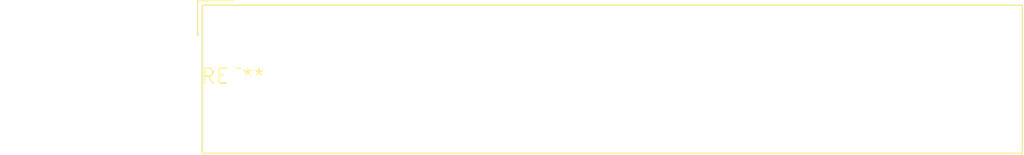
<source format=kicad_pcb>
(kicad_pcb (version 20240108) (generator pcbnew)
  (layers (0 "F.Cu" signal) (31 "B.Cu" signal) (34 "B.Paste" user) (35 "F.Paste" user) (36 "B.SilkS" user "B.Silkscreen") (37 "F.SilkS" user "F.Silkscreen") (38 "B.Mask" user) (39 "F.Mask" user) (44 "Edge.Cuts" user))
  (net 0 "")
  (footprint "Altech_AK300_1x14_P5.00mm_45-Degree" (layer "F.Cu") (at 0 0)
    (property "Reference" "REF**")
    (property "Value" "Altech_AK300_1x14_P5.00mm_45-Degree")
    (fp_line (start -3 -6.5) (end 0 -6.5) (layer "F.SilkS") (stroke (width 0.12)))
    (fp_line (start -3 -3.5) (end -3 -6.5) (layer "F.SilkS") (stroke (width 0.12)))
    (fp_line (start -2.62 -6.12) (end -2.62 6.62) (layer "F.SilkS") (stroke (width 0.12)))
    (fp_line (start -2.62 -6.12) (end -2.62 6.62) (layer "F.SilkS") (stroke (width 0.12)))
    (fp_line (start -2.62 -6.12) (end 67.62 -6.12) (layer "F.SilkS") (stroke (width 0.12)))
    (fp_line (start -2.62 -6.12) (end 67.62 -6.12) (layer "F.SilkS") (stroke (width 0.12)))
    (fp_line (start -2.62 6.62) (end 67.62 6.62) (layer "F.SilkS") (stroke (width 0.12)))
    (fp_line (start -2.62 6.62) (end 67.62 6.62) (layer "F.SilkS") (stroke (width 0.12)))
    (fp_line (start 67.62 -6.12) (end 67.62 6.62) (layer "F.SilkS") (stroke (width 0.12)))
    (fp_line (start 67.62 -6.12) (end 67.62 6.62) (layer "F.SilkS") (stroke (width 0.12)))
    (pad "1" thru_hole rect (at 0 0) (size 3 3) (drill 1.5) (layers *.Cu *.Mask) (remove_unused_layers))
    (pad "2" thru_hole circle (at 5 0) (size 3 3) (drill 1.5) (layers *.Cu *.Mask) (remove_unused_layers))
    (pad "3" thru_hole circle (at 10 0) (size 3 3) (drill 1.5) (layers *.Cu *.Mask) (remove_unused_layers))
    (pad "4" thru_hole circle (at 15 0) (size 3 3) (drill 1.5) (layers *.Cu *.Mask) (remove_unused_layers))
    (pad "5" thru_hole circle (at 20 0) (size 3 3) (drill 1.5) (layers *.Cu *.Mask) (remove_unused_layers))
    (pad "6" thru_hole circle (at 25 0) (size 3 3) (drill 1.5) (layers *.Cu *.Mask) (remove_unused_layers))
    (pad "7" thru_hole circle (at 30 0) (size 3 3) (drill 1.5) (layers *.Cu *.Mask) (remove_unused_layers))
    (pad "8" thru_hole circle (at 35 0) (size 3 3) (drill 1.5) (layers *.Cu *.Mask) (remove_unused_layers))
    (pad "9" thru_hole circle (at 40 0) (size 3 3) (drill 1.5) (layers *.Cu *.Mask) (remove_unused_layers))
    (pad "10" thru_hole circle (at 45 0) (size 3 3) (drill 1.5) (layers *.Cu *.Mask) (remove_unused_layers))
    (pad "11" thru_hole circle (at 50 0) (size 3 3) (drill 1.5) (layers *.Cu *.Mask) (remove_unused_layers))
    (pad "12" thru_hole circle (at 55 0) (size 3 3) (drill 1.5) (layers *.Cu *.Mask) (remove_unused_layers))
    (pad "13" thru_hole circle (at 60 0) (size 3 3) (drill 1.5) (layers *.Cu *.Mask) (remove_unused_layers))
    (pad "14" thru_hole circle (at 65 0) (size 3 3) (drill 1.5) (layers *.Cu *.Mask) (remove_unused_layers))
  )
)
</source>
